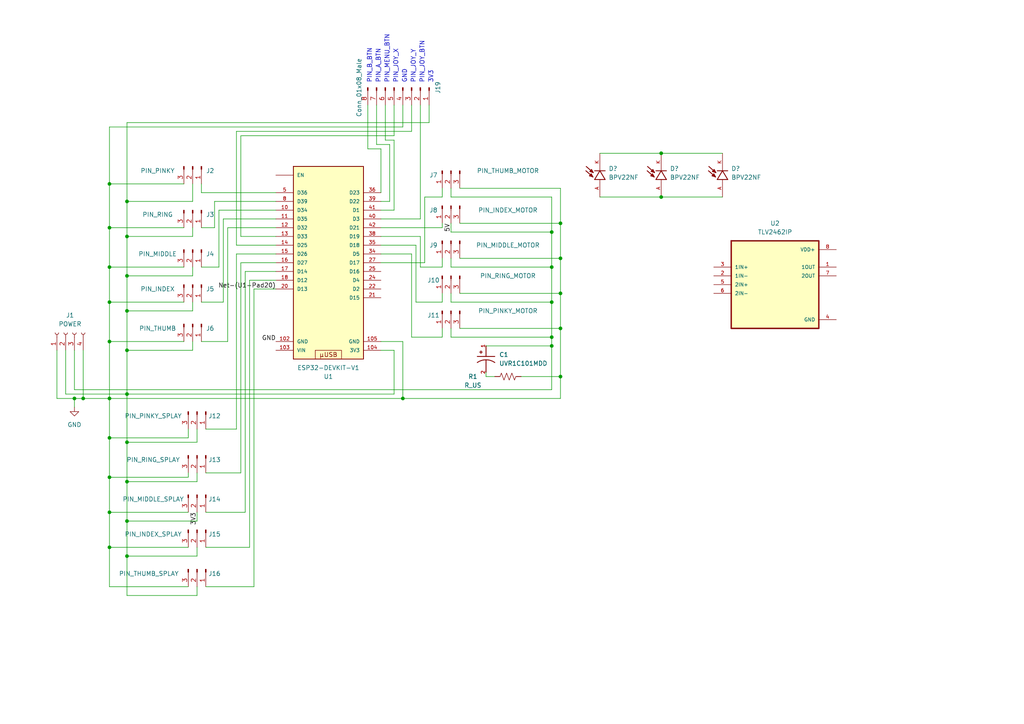
<source format=kicad_sch>
(kicad_sch (version 20211123) (generator eeschema)
  (paper "A4")
  (lib_symbols
    (symbol "BPV22NF:BPV22NF" (pin_names (offset 1.016))
      (property "Reference" "D" (at -0.5588 4.4958 0))
      (property "Value" "BPV22NF" (at -1.016 -3.302 0))
      (symbol "BPV22NF_0_0"
        (polyline (pts (xy 0 -1.524) (xy 2.54 0)) (stroke (width 0.254)))
        (polyline (pts (xy 0 1.524) (xy 0 -1.524)) (stroke (width 0.254)))
        (polyline (pts (xy 0.762 2.032) (xy 1.0922 2.9972)) (stroke (width 0.254)))
        (polyline (pts (xy 0.762 2.032) (xy 2.54 4.064)) (stroke (width 0.254)))
        (polyline (pts (xy 1.0668 2.2606) (xy 1.1938 2.2606)) (stroke (width 0.254)))
        (polyline (pts (xy 1.0922 2.9972) (xy 1.0668 2.2606)) (stroke (width 0.254)))
        (polyline (pts (xy 1.0922 2.9972) (xy 1.651 2.5146)) (stroke (width 0.254)))
        (polyline (pts (xy 1.4732 2.5908) (xy 1.2446 2.4384)) (stroke (width 0.254)))
        (polyline (pts (xy 1.651 2.5146) (xy 0.762 2.032)) (stroke (width 0.254)))
        (polyline (pts (xy 2.0066 1.9304) (xy 2.3368 2.8956)) (stroke (width 0.254)))
        (polyline (pts (xy 2.0066 1.9304) (xy 3.7846 3.9624)) (stroke (width 0.254)))
        (polyline (pts (xy 2.3114 2.159) (xy 2.4384 2.159)) (stroke (width 0.254)))
        (polyline (pts (xy 2.3368 2.8956) (xy 2.3114 2.159)) (stroke (width 0.254)))
        (polyline (pts (xy 2.3368 2.8956) (xy 2.8956 2.413)) (stroke (width 0.254)))
        (polyline (pts (xy 2.54 0) (xy 0 1.524)) (stroke (width 0.254)))
        (polyline (pts (xy 2.54 1.524) (xy 2.54 -1.524)) (stroke (width 0.254)))
        (polyline (pts (xy 2.7178 2.4892) (xy 2.4892 2.3368)) (stroke (width 0.254)))
        (polyline (pts (xy 2.8956 2.413) (xy 2.0066 1.9304)) (stroke (width 0.254)))
        (pin passive line (at -5.08 0 0) (length 5.08) (name "~") (number "A"))
        (pin passive line (at 7.62 0 180) (length 5.08) (name "~") (number "K"))
      )
    )
    (symbol "Connector:Conn_01x03_Male" (pin_names (offset 1.016) hide)
      (property "Reference" "J" (at 0 5.08 0))
      (property "Value" "Conn_01x03_Male" (at 0 -5.08 0))
      (symbol "Conn_01x03_Male_1_1"
        (polyline (pts (xy 1.27 -2.54) (xy 0.8636 -2.54)) (stroke (width 0.1524)))
        (polyline (pts (xy 1.27 0) (xy 0.8636 0)) (stroke (width 0.1524)))
        (polyline (pts (xy 1.27 2.54) (xy 0.8636 2.54)) (stroke (width 0.1524)))
        (rectangle (start 0.8636 -2.413) (end 0 -2.667) (stroke (width 0.1524)) (fill (type outline)))
        (rectangle (start 0.8636 0.127) (end 0 -0.127) (stroke (width 0.1524)) (fill (type outline)))
        (rectangle (start 0.8636 2.667) (end 0 2.413) (stroke (width 0.1524)) (fill (type outline)))
        (pin passive line (at 5.08 2.54 180) (length 3.81) (name "Pin_1") (number "1"))
        (pin passive line (at 5.08 0 180) (length 3.81) (name "Pin_2") (number "2"))
        (pin passive line (at 5.08 -2.54 180) (length 3.81) (name "Pin_3") (number "3"))
      )
    )
    (symbol "Connector:Conn_01x04_Female" (pin_names (offset 1.016) hide)
      (property "Reference" "J" (at 0 5.08 0))
      (property "Value" "Conn_01x04_Female" (at 0 -7.62 0))
      (symbol "Conn_01x04_Female_1_1"
        (arc (start 0 -4.572) (mid -0.508 -5.08) (end 0 -5.588) (stroke (width 0.1524)))
        (arc (start 0 -2.032) (mid -0.508 -2.54) (end 0 -3.048) (stroke (width 0.1524)))
        (polyline (pts (xy -1.27 -5.08) (xy -0.508 -5.08)) (stroke (width 0.1524)))
        (polyline (pts (xy -1.27 -2.54) (xy -0.508 -2.54)) (stroke (width 0.1524)))
        (polyline (pts (xy -1.27 0) (xy -0.508 0)) (stroke (width 0.1524)))
        (polyline (pts (xy -1.27 2.54) (xy -0.508 2.54)) (stroke (width 0.1524)))
        (arc (start 0 0.508) (mid -0.508 0) (end 0 -0.508) (stroke (width 0.1524)))
        (arc (start 0 3.048) (mid -0.508 2.54) (end 0 2.032) (stroke (width 0.1524)))
        (pin passive line (at -5.08 2.54 0) (length 3.81) (name "Pin_1") (number "1"))
        (pin passive line (at -5.08 0 0) (length 3.81) (name "Pin_2") (number "2"))
        (pin passive line (at -5.08 -2.54 0) (length 3.81) (name "Pin_3") (number "3"))
        (pin passive line (at -5.08 -5.08 0) (length 3.81) (name "Pin_4") (number "4"))
      )
    )
    (symbol "Connector:Conn_01x08_Male" (pin_names (offset 1.016) hide)
      (property "Reference" "J" (at 0 10.16 0))
      (property "Value" "Conn_01x08_Male" (at 0 -12.7 0))
      (symbol "Conn_01x08_Male_1_1"
        (polyline (pts (xy 1.27 -10.16) (xy 0.8636 -10.16)) (stroke (width 0.1524)))
        (polyline (pts (xy 1.27 -7.62) (xy 0.8636 -7.62)) (stroke (width 0.1524)))
        (polyline (pts (xy 1.27 -5.08) (xy 0.8636 -5.08)) (stroke (width 0.1524)))
        (polyline (pts (xy 1.27 -2.54) (xy 0.8636 -2.54)) (stroke (width 0.1524)))
        (polyline (pts (xy 1.27 0) (xy 0.8636 0)) (stroke (width 0.1524)))
        (polyline (pts (xy 1.27 2.54) (xy 0.8636 2.54)) (stroke (width 0.1524)))
        (polyline (pts (xy 1.27 5.08) (xy 0.8636 5.08)) (stroke (width 0.1524)))
        (polyline (pts (xy 1.27 7.62) (xy 0.8636 7.62)) (stroke (width 0.1524)))
        (rectangle (start 0.8636 -10.033) (end 0 -10.287) (stroke (width 0.1524)) (fill (type outline)))
        (rectangle (start 0.8636 -7.493) (end 0 -7.747) (stroke (width 0.1524)) (fill (type outline)))
        (rectangle (start 0.8636 -4.953) (end 0 -5.207) (stroke (width 0.1524)) (fill (type outline)))
        (rectangle (start 0.8636 -2.413) (end 0 -2.667) (stroke (width 0.1524)) (fill (type outline)))
        (rectangle (start 0.8636 0.127) (end 0 -0.127) (stroke (width 0.1524)) (fill (type outline)))
        (rectangle (start 0.8636 2.667) (end 0 2.413) (stroke (width 0.1524)) (fill (type outline)))
        (rectangle (start 0.8636 5.207) (end 0 4.953) (stroke (width 0.1524)) (fill (type outline)))
        (rectangle (start 0.8636 7.747) (end 0 7.493) (stroke (width 0.1524)) (fill (type outline)))
        (pin passive line (at 5.08 7.62 180) (length 3.81) (name "Pin_1") (number "1"))
        (pin passive line (at 5.08 5.08 180) (length 3.81) (name "Pin_2") (number "2"))
        (pin passive line (at 5.08 2.54 180) (length 3.81) (name "Pin_3") (number "3"))
        (pin passive line (at 5.08 0 180) (length 3.81) (name "Pin_4") (number "4"))
        (pin passive line (at 5.08 -2.54 180) (length 3.81) (name "Pin_5") (number "5"))
        (pin passive line (at 5.08 -5.08 180) (length 3.81) (name "Pin_6") (number "6"))
        (pin passive line (at 5.08 -7.62 180) (length 3.81) (name "Pin_7") (number "7"))
        (pin passive line (at 5.08 -10.16 180) (length 3.81) (name "Pin_8") (number "8"))
      )
    )
    (symbol "Device:R_US" (pin_numbers hide) (pin_names (offset 0))
      (property "Reference" "R" (at 2.54 0 90))
      (property "Value" "R_US" (at -2.54 0 90))
      (symbol "R_US_0_1"
        (polyline (pts (xy 0 -2.286) (xy 0 -2.54)))
        (polyline (pts (xy 0 2.286) (xy 0 2.54)))
        (polyline (pts (xy 0 -0.762) (xy 1.016 -1.143) (xy 0 -1.524) (xy -1.016 -1.905) (xy 0 -2.286)))
        (polyline (pts (xy 0 0.762) (xy 1.016 0.381) (xy 0 0) (xy -1.016 -0.381) (xy 0 -0.762)))
        (polyline (pts (xy 0 2.286) (xy 1.016 1.905) (xy 0 1.524) (xy -1.016 1.143) (xy 0 0.762)))
      )
      (symbol "R_US_1_1"
        (pin passive line (at 0 3.81 270) (length 1.27) (name "~") (number "1"))
        (pin passive line (at 0 -3.81 90) (length 1.27) (name "~") (number "2"))
      )
    )
    (symbol "ESP32-DEVKIT-V1:ESP32-DEVKIT-V1" (pin_names (offset 1.016))
      (property "Reference" "U1" (at 0 -33.02 0))
      (property "Value" "ESP32-DEVKIT-V1" (at 0 -30.48 0))
      (symbol "ESP32-DEVKIT-V1_0_0"
        (rectangle (start 10.16 27.94) (end -10.16 -27.94) (stroke (width 0.254)) (fill (type background)))
        (text "µUSB" (at 0 -26.67 0) (effects (font (size 1.27 1.27))))
        (pin bidirectional line (at -15.24 25.4 0) (length 5.08) (name "EN") (number ""))
        (pin bidirectional line (at -15.24 15.24 0) (length 5.08) (name "D34") (number "10"))
        (pin bidirectional line (at -15.24 -22.86 0) (length 5.08) (name "GND") (number "102"))
        (pin bidirectional line (at -15.24 -25.4 0) (length 5.08) (name "VIN") (number "103"))
        (pin output line (at 15.24 -25.4 180) (length 5.08) (name "3V3") (number "104"))
        (pin bidirectional line (at 15.24 -22.86 180) (length 5.08) (name "GND") (number "105"))
        (pin bidirectional line (at -15.24 12.7 0) (length 5.08) (name "D35") (number "11"))
        (pin bidirectional line (at -15.24 10.16 0) (length 5.08) (name "D32") (number "12"))
        (pin bidirectional line (at -15.24 7.62 0) (length 5.08) (name "D33") (number "13"))
        (pin bidirectional line (at -15.24 5.08 0) (length 5.08) (name "D25") (number "14"))
        (pin bidirectional line (at -15.24 2.54 0) (length 5.08) (name "D26") (number "15"))
        (pin bidirectional line (at -15.24 0 0) (length 5.08) (name "D27") (number "16"))
        (pin bidirectional line (at -15.24 -2.54 0) (length 5.08) (name "D14") (number "17"))
        (pin bidirectional line (at -15.24 -5.08 0) (length 5.08) (name "D12") (number "18"))
        (pin bidirectional line (at -15.24 -7.62 0) (length 5.08) (name "D13") (number "20"))
        (pin bidirectional line (at 15.24 -10.16 180) (length 5.08) (name "D15") (number "21"))
        (pin bidirectional line (at 15.24 -7.62 180) (length 5.08) (name "D2") (number "22"))
        (pin bidirectional line (at 15.24 -5.08 180) (length 5.08) (name "D4") (number "24"))
        (pin bidirectional line (at 15.24 -2.54 180) (length 5.08) (name "D16") (number "25"))
        (pin bidirectional line (at 15.24 0 180) (length 5.08) (name "D17") (number "27"))
        (pin bidirectional line (at 15.24 2.54 180) (length 5.08) (name "D5") (number "34"))
        (pin bidirectional line (at 15.24 5.08 180) (length 5.08) (name "D18") (number "35"))
        (pin bidirectional line (at 15.24 20.32 180) (length 5.08) (name "D23") (number "36"))
        (pin bidirectional line (at 15.24 7.62 180) (length 5.08) (name "D19") (number "38"))
        (pin bidirectional line (at 15.24 17.78 180) (length 5.08) (name "D22") (number "39"))
        (pin bidirectional line (at 15.24 12.7 180) (length 5.08) (name "D3") (number "40"))
        (pin bidirectional line (at 15.24 15.24 180) (length 5.08) (name "D1") (number "41"))
        (pin bidirectional line (at 15.24 10.16 180) (length 5.08) (name "D21") (number "42"))
        (pin bidirectional line (at -15.24 20.32 0) (length 5.08) (name "D36") (number "5"))
        (pin bidirectional line (at -15.24 17.78 0) (length 5.08) (name "D39") (number "8"))
      )
      (symbol "ESP32-DEVKIT-V1_0_1"
        (rectangle (start -3.81 -25.4) (end 3.81 -27.94))
      )
    )
    (symbol "TLV2462IP:TLV2462IP" (pin_names (offset 1.016))
      (property "Reference" "U" (at -12.7 13.7 0))
      (property "Value" "TLV2462IP" (at -12.7 -16.7 0))
      (symbol "TLV2462IP_0_0"
        (rectangle (start -12.7 -12.7) (end 12.7 12.7) (stroke (width 0.41)) (fill (type background)))
        (pin output line (at 17.78 5.08 180) (length 5.08) (name "1OUT") (number "1"))
        (pin input line (at -17.78 2.54 0) (length 5.08) (name "1IN-") (number "2"))
        (pin input line (at -17.78 5.08 0) (length 5.08) (name "1IN+") (number "3"))
        (pin power_in line (at 17.78 -10.16 180) (length 5.08) (name "GND") (number "4"))
        (pin input line (at -17.78 0 0) (length 5.08) (name "2IN+") (number "5"))
        (pin input line (at -17.78 -2.54 0) (length 5.08) (name "2IN-") (number "6"))
        (pin output line (at 17.78 2.54 180) (length 5.08) (name "2OUT") (number "7"))
        (pin power_in line (at 17.78 10.16 180) (length 5.08) (name "VDD+") (number "8"))
      )
    )
    (symbol "UVR1C101MDD:UVR1C101MDD" (pin_names (offset 1.016))
      (property "Reference" "C" (at -5.08 3.81 0))
      (property "Value" "UVR1C101MDD" (at -5.08 -5.08 0))
      (symbol "UVR1C101MDD_0_0"
        (rectangle (start -3.713 -1.532) (end -2.824 -1.405) (stroke (width 0.1)) (fill (type outline)))
        (rectangle (start -3.332 -1.913) (end -3.205 -1.024) (stroke (width 0.1)) (fill (type outline)))
        (arc (start -0.254 2.54) (mid -1.0549 0) (end -0.254 -2.54) (stroke (width 0.254)))
        (polyline (pts (xy -5.08 0) (xy -2.032 0)) (stroke (width 0.254)))
        (polyline (pts (xy -2.032 2.54) (xy -2.032 -2.54)) (stroke (width 0.254)))
        (polyline (pts (xy -1.016 0) (xy 2.54 0)) (stroke (width 0.254)))
        (pin passive line (at -5.08 0 0) (length 0) (name "~") (number "1"))
        (pin passive line (at 2.54 0 180) (length 0) (name "~") (number "2"))
      )
    )
    (symbol "power:GND" (power) (pin_names (offset 0))
      (property "Value" "GND" (at 0 -3.81 0))
      (symbol "GND_0_1"
        (polyline (pts (xy 0 0) (xy 0 -1.27) (xy 1.27 -1.27) (xy 0 -2.54) (xy -1.27 -1.27) (xy 0 -1.27)))
      )
      (symbol "GND_1_1"
        (pin power_in line (at 0 0 270) (length 0) hide (name "GND") (number "1"))
      )
    )
  )
  (junction (at 162.56 95.25))
  (junction (at 24.13 115.57))
  (junction (at 160.02 67.31))
  (junction (at 31.75 115.57))
  (junction (at 162.56 74.93))
  (junction (at 31.75 66.04))
  (junction (at 36.83 139.7))
  (junction (at 160.02 87.63))
  (junction (at 36.83 90.17))
  (junction (at 31.75 158.75))
  (junction (at 36.83 151.13))
  (junction (at 36.83 128.27))
  (junction (at 191.77 44.45))
  (junction (at 160.02 100.33))
  (junction (at 21.59 115.57))
  (junction (at 160.02 97.79))
  (junction (at 36.83 58.42))
  (junction (at 162.56 109.22))
  (junction (at 31.75 77.47))
  (junction (at 162.56 64.77))
  (junction (at 162.56 85.09))
  (junction (at 36.83 80.01))
  (junction (at 31.75 148.59))
  (junction (at 36.83 161.29))
  (junction (at 31.75 53.34))
  (junction (at 160.02 77.47))
  (junction (at 31.75 138.43))
  (junction (at 36.83 68.58))
  (junction (at 116.84 115.57))
  (junction (at 31.75 127))
  (junction (at 36.83 114.3))
  (junction (at 31.75 99.06))
  (junction (at 191.77 57.15))
  (junction (at 36.83 101.6))
  (junction (at 31.75 87.63))
  (wire (pts (xy 133.35 54.61) (xy 162.56 54.61)))
  (wire (pts (xy 66.04 66.04) (xy 66.04 99.06)))
  (wire (pts (xy 72.39 81.28) (xy 80.01 81.28)))
  (wire (pts (xy 64.77 63.5) (xy 64.77 87.63)))
  (wire (pts (xy 128.27 77.47) (xy 128.27 74.93)))
  (wire (pts (xy 124.46 30.48) (xy 124.46 35.56)))
  (wire (pts (xy 55.88 101.6) (xy 36.83 101.6)))
  (wire (pts (xy 162.56 115.57) (xy 116.84 115.57)))
  (wire (pts (xy 109.22 41.91) (xy 113.03 41.91)))
  (wire (pts (xy 69.85 39.37) (xy 69.85 68.58)))
  (wire (pts (xy 110.49 63.5) (xy 121.92 63.5)))
  (wire (pts (xy 191.77 57.15) (xy 209.55 57.15)))
  (wire (pts (xy 31.75 66.04) (xy 31.75 77.47)))
  (wire (pts (xy 128.27 57.15) (xy 123.19 57.15)))
  (wire (pts (xy 69.85 137.16) (xy 59.69 137.16)))
  (wire (pts (xy 54.61 124.46) (xy 54.61 127)))
  (wire (pts (xy 119.38 73.66) (xy 110.49 73.66)))
  (wire (pts (xy 130.81 64.77) (xy 130.81 67.31)))
  (wire (pts (xy 128.27 87.63) (xy 120.65 87.63)))
  (wire (pts (xy 36.83 114.3) (xy 36.83 128.27)))
  (wire (pts (xy 160.02 87.63) (xy 160.02 77.47)))
  (wire (pts (xy 110.49 101.6) (xy 114.3 101.6)))
  (wire (pts (xy 110.49 66.04) (xy 128.27 66.04)))
  (wire (pts (xy 24.13 115.57) (xy 31.75 115.57)))
  (wire (pts (xy 110.49 68.58) (xy 121.92 68.58)))
  (wire (pts (xy 128.27 77.47) (xy 121.92 77.47)))
  (wire (pts (xy 54.61 158.75) (xy 31.75 158.75)))
  (wire (pts (xy 73.66 170.18) (xy 59.69 170.18)))
  (wire (pts (xy 68.58 124.46) (xy 59.69 124.46)))
  (wire (pts (xy 68.58 73.66) (xy 80.01 73.66)))
  (wire (pts (xy 121.92 77.47) (xy 121.92 68.58)))
  (wire (pts (xy 130.81 85.09) (xy 130.81 87.63)))
  (wire (pts (xy 72.39 158.75) (xy 59.69 158.75)))
  (wire (pts (xy 31.75 87.63) (xy 53.34 87.63)))
  (wire (pts (xy 130.81 95.25) (xy 130.81 97.79)))
  (wire (pts (xy 124.46 35.56) (xy 36.83 35.56)))
  (wire (pts (xy 121.92 30.48) (xy 121.92 63.5)))
  (wire (pts (xy 128.27 87.63) (xy 128.27 85.09)))
  (wire (pts (xy 80.01 66.04) (xy 66.04 66.04)))
  (wire (pts (xy 140.97 109.22) (xy 143.51 109.22)))
  (wire (pts (xy 57.15 124.46) (xy 57.15 128.27)))
  (wire (pts (xy 54.61 137.16) (xy 54.61 138.43)))
  (wire (pts (xy 62.23 66.04) (xy 58.42 66.04)))
  (wire (pts (xy 66.04 99.06) (xy 58.42 99.06)))
  (wire (pts (xy 120.65 87.63) (xy 120.65 71.12)))
  (wire (pts (xy 54.61 127) (xy 31.75 127)))
  (wire (pts (xy 80.01 71.12) (xy 68.58 71.12)))
  (wire (pts (xy 162.56 64.77) (xy 162.56 74.93)))
  (wire (pts (xy 133.35 85.09) (xy 162.56 85.09)))
  (wire (pts (xy 111.76 40.64) (xy 114.3 40.64)))
  (wire (pts (xy 113.03 58.42) (xy 113.03 41.91)))
  (wire (pts (xy 36.83 101.6) (xy 36.83 114.3)))
  (wire (pts (xy 57.15 128.27) (xy 36.83 128.27)))
  (wire (pts (xy 71.12 148.59) (xy 59.69 148.59)))
  (wire (pts (xy 130.81 87.63) (xy 160.02 87.63)))
  (wire (pts (xy 36.83 139.7) (xy 36.83 128.27)))
  (wire (pts (xy 36.83 80.01) (xy 36.83 90.17)))
  (wire (pts (xy 58.42 55.88) (xy 58.42 53.34)))
  (wire (pts (xy 31.75 77.47) (xy 53.34 77.47)))
  (wire (pts (xy 72.39 81.28) (xy 72.39 158.75)))
  (wire (pts (xy 57.15 161.29) (xy 36.83 161.29)))
  (wire (pts (xy 57.15 139.7) (xy 36.83 139.7)))
  (wire (pts (xy 140.97 100.33) (xy 160.02 100.33)))
  (wire (pts (xy 31.75 148.59) (xy 31.75 138.43)))
  (wire (pts (xy 80.01 58.42) (xy 62.23 58.42)))
  (wire (pts (xy 160.02 97.79) (xy 160.02 87.63)))
  (wire (pts (xy 120.65 71.12) (xy 110.49 71.12)))
  (wire (pts (xy 68.58 71.12) (xy 68.58 38.1)))
  (wire (pts (xy 57.15 137.16) (xy 57.15 139.7)))
  (wire (pts (xy 114.3 114.3) (xy 36.83 114.3)))
  (wire (pts (xy 128.27 97.79) (xy 128.27 95.25)))
  (wire (pts (xy 128.27 66.04) (xy 128.27 64.77)))
  (wire (pts (xy 31.75 170.18) (xy 31.75 158.75)))
  (wire (pts (xy 160.02 77.47) (xy 160.02 67.31)))
  (wire (pts (xy 31.75 99.06) (xy 53.34 99.06)))
  (wire (pts (xy 133.35 95.25) (xy 162.56 95.25)))
  (wire (pts (xy 54.61 170.18) (xy 31.75 170.18)))
  (wire (pts (xy 173.99 44.45) (xy 191.77 44.45)))
  (wire (pts (xy 110.49 58.42) (xy 113.03 58.42)))
  (wire (pts (xy 68.58 38.1) (xy 119.38 38.1)))
  (wire (pts (xy 19.05 114.3) (xy 36.83 114.3)))
  (wire (pts (xy 80.01 63.5) (xy 64.77 63.5)))
  (wire (pts (xy 57.15 158.75) (xy 57.15 161.29)))
  (wire (pts (xy 119.38 30.48) (xy 119.38 38.1)))
  (wire (pts (xy 160.02 113.03) (xy 160.02 100.33)))
  (wire (pts (xy 53.34 53.34) (xy 31.75 53.34)))
  (wire (pts (xy 162.56 95.25) (xy 162.56 109.22)))
  (wire (pts (xy 55.88 58.42) (xy 36.83 58.42)))
  (wire (pts (xy 36.83 151.13) (xy 36.83 139.7)))
  (wire (pts (xy 31.75 77.47) (xy 31.75 87.63)))
  (wire (pts (xy 36.83 90.17) (xy 36.83 101.6)))
  (wire (pts (xy 73.66 83.82) (xy 80.01 83.82)))
  (wire (pts (xy 31.75 66.04) (xy 53.34 66.04)))
  (wire (pts (xy 114.3 40.64) (xy 114.3 60.96)))
  (wire (pts (xy 123.19 57.15) (xy 123.19 76.2)))
  (wire (pts (xy 21.59 101.6) (xy 21.59 113.03)))
  (wire (pts (xy 151.13 109.22) (xy 162.56 109.22)))
  (wire (pts (xy 119.38 97.79) (xy 119.38 73.66)))
  (wire (pts (xy 24.13 101.6) (xy 24.13 115.57)))
  (wire (pts (xy 21.59 113.03) (xy 160.02 113.03)))
  (wire (pts (xy 71.12 78.74) (xy 80.01 78.74)))
  (wire (pts (xy 21.59 118.11) (xy 21.59 115.57)))
  (wire (pts (xy 31.75 87.63) (xy 31.75 99.06)))
  (wire (pts (xy 69.85 76.2) (xy 69.85 137.16)))
  (wire (pts (xy 109.22 30.48) (xy 109.22 41.91)))
  (wire (pts (xy 123.19 76.2) (xy 110.49 76.2)))
  (wire (pts (xy 31.75 138.43) (xy 31.75 127)))
  (wire (pts (xy 16.51 101.6) (xy 16.51 115.57)))
  (wire (pts (xy 19.05 101.6) (xy 19.05 114.3)))
  (wire (pts (xy 68.58 73.66) (xy 68.58 124.46)))
  (wire (pts (xy 114.3 30.48) (xy 114.3 39.37)))
  (wire (pts (xy 162.56 85.09) (xy 162.56 95.25)))
  (wire (pts (xy 36.83 35.56) (xy 36.83 58.42)))
  (wire (pts (xy 71.12 78.74) (xy 71.12 148.59)))
  (wire (pts (xy 57.15 148.59) (xy 57.15 151.13)))
  (wire (pts (xy 80.01 60.96) (xy 63.5 60.96)))
  (wire (pts (xy 55.88 53.34) (xy 55.88 58.42)))
  (wire (pts (xy 55.88 66.04) (xy 55.88 68.58)))
  (wire (pts (xy 116.84 99.06) (xy 116.84 115.57)))
  (wire (pts (xy 128.27 97.79) (xy 119.38 97.79)))
  (wire (pts (xy 191.77 44.45) (xy 209.55 44.45)))
  (wire (pts (xy 114.3 39.37) (xy 69.85 39.37)))
  (wire (pts (xy 31.75 53.34) (xy 31.75 66.04)))
  (wire (pts (xy 173.99 57.15) (xy 191.77 57.15)))
  (wire (pts (xy 63.5 77.47) (xy 58.42 77.47)))
  (wire (pts (xy 55.88 68.58) (xy 36.83 68.58)))
  (wire (pts (xy 36.83 172.72) (xy 36.83 161.29)))
  (wire (pts (xy 160.02 57.15) (xy 160.02 67.31)))
  (wire (pts (xy 36.83 161.29) (xy 36.83 151.13)))
  (wire (pts (xy 133.35 74.93) (xy 162.56 74.93)))
  (wire (pts (xy 62.23 58.42) (xy 62.23 66.04)))
  (wire (pts (xy 55.88 77.47) (xy 55.88 80.01)))
  (wire (pts (xy 31.75 36.83) (xy 31.75 53.34)))
  (wire (pts (xy 63.5 60.96) (xy 63.5 77.47)))
  (wire (pts (xy 162.56 54.61) (xy 162.56 64.77)))
  (wire (pts (xy 130.81 97.79) (xy 160.02 97.79)))
  (wire (pts (xy 31.75 99.06) (xy 31.75 115.57)))
  (wire (pts (xy 31.75 158.75) (xy 31.75 148.59)))
  (wire (pts (xy 55.88 80.01) (xy 36.83 80.01)))
  (wire (pts (xy 106.68 30.48) (xy 106.68 43.18)))
  (wire (pts (xy 31.75 115.57) (xy 31.75 127)))
  (wire (pts (xy 57.15 151.13) (xy 36.83 151.13)))
  (wire (pts (xy 111.76 30.48) (xy 111.76 40.64)))
  (wire (pts (xy 114.3 101.6) (xy 114.3 114.3)))
  (wire (pts (xy 130.81 57.15) (xy 130.81 54.61)))
  (wire (pts (xy 55.88 90.17) (xy 36.83 90.17)))
  (wire (pts (xy 21.59 115.57) (xy 16.51 115.57)))
  (wire (pts (xy 116.84 99.06) (xy 110.49 99.06)))
  (wire (pts (xy 130.81 77.47) (xy 160.02 77.47)))
  (wire (pts (xy 69.85 76.2) (xy 80.01 76.2)))
  (wire (pts (xy 55.88 87.63) (xy 55.88 90.17)))
  (wire (pts (xy 110.49 60.96) (xy 114.3 60.96)))
  (wire (pts (xy 54.61 138.43) (xy 31.75 138.43)))
  (wire (pts (xy 130.81 74.93) (xy 130.81 77.47)))
  (wire (pts (xy 31.75 115.57) (xy 116.84 115.57)))
  (wire (pts (xy 57.15 170.18) (xy 57.15 172.72)))
  (wire (pts (xy 55.88 99.06) (xy 55.88 101.6)))
  (wire (pts (xy 160.02 57.15) (xy 130.81 57.15)))
  (wire (pts (xy 24.13 115.57) (xy 21.59 115.57)))
  (wire (pts (xy 140.97 107.95) (xy 140.97 109.22)))
  (wire (pts (xy 57.15 172.72) (xy 36.83 172.72)))
  (wire (pts (xy 106.68 43.18) (xy 110.49 43.18)))
  (wire (pts (xy 162.56 109.22) (xy 162.56 115.57)))
  (wire (pts (xy 64.77 87.63) (xy 58.42 87.63)))
  (wire (pts (xy 128.27 57.15) (xy 128.27 54.61)))
  (wire (pts (xy 116.84 30.48) (xy 116.84 36.83)))
  (wire (pts (xy 36.83 58.42) (xy 36.83 68.58)))
  (wire (pts (xy 130.81 67.31) (xy 160.02 67.31)))
  (wire (pts (xy 54.61 148.59) (xy 31.75 148.59)))
  (wire (pts (xy 80.01 55.88) (xy 58.42 55.88)))
  (wire (pts (xy 110.49 55.88) (xy 110.49 43.18)))
  (wire (pts (xy 69.85 68.58) (xy 80.01 68.58)))
  (wire (pts (xy 36.83 68.58) (xy 36.83 80.01)))
  (wire (pts (xy 162.56 74.93) (xy 162.56 85.09)))
  (wire (pts (xy 31.75 36.83) (xy 116.84 36.83)))
  (wire (pts (xy 160.02 100.33) (xy 160.02 97.79)))
  (wire (pts (xy 73.66 83.82) (xy 73.66 170.18)))
  (wire (pts (xy 133.35 64.77) (xy 162.56 64.77)))
  (text "PIN_JOY_Y" (at 120.65 24.13 90) (effects (font (size 1.27 1.27)) (justify left bottom)))
  (text "PIN_A_BTN" (at 110.49 24.13 90) (effects (font (size 1.27 1.27)) (justify left bottom)))
  (text "PIN_JOY_X" (at 115.57 24.13 90) (effects (font (size 1.27 1.27)) (justify left bottom)))
  (text "PIN_MENU_BTN" (at 113.03 24.13 90) (effects (font (size 1.27 1.27)) (justify left bottom)))
  (text "GND" (at 118.11 24.13 90) (effects (font (size 1.27 1.27)) (justify left bottom)))
  (text "PIN_JOY_BTN" (at 123.19 24.13 90) (effects (font (size 1.27 1.27)) (justify left bottom)))
  (text "3V3" (at 125.73 24.13 90) (effects (font (size 1.27 1.27)) (justify left bottom)))
  (text "PIN_B_BTN" (at 107.95 24.13 90) (effects (font (size 1.27 1.27)) (justify left bottom)))
  (label "3V3" (at 57.15 148.59 270))
  (label "GND" (at 80.01 99.06 180))
  (label "5V" (at 130.81 64.77 270))
  (label "Net-(U1-Pad20)" (at 80.01 83.82 180))
  (symbol (lib_id "Connector:Conn_01x03_Male") (at 57.15 153.67 270) (unit 1)
    (property "Reference" "J15" (at 62.23 154.94 90))
    (property "Value" "PIN_INDEX_SPLAY" (at 44.45 154.94 90))
    (property "Footprint" "Connector_PinHeader_2.54mm:PinHeader_1x03_P2.54mm_Vertical" (effects hide))
  )
  (symbol (lib_id "Connector:Conn_01x03_Male") (at 55.88 60.96 270) (unit 1)
    (property "Reference" "J3" (at 60.96 62.23 90))
    (property "Value" "PIN_RING" (at 45.72 62.23 90))
    (property "Footprint" "Connector_PinHeader_2.54mm:PinHeader_1x03_P2.54mm_Vertical" (effects hide))
  )
  (symbol (lib_id "Connector:Conn_01x03_Male") (at 55.88 48.26 270) (unit 1)
    (property "Reference" "J2" (at 60.96 49.53 90))
    (property "Value" "PIN_PINKY" (at 45.72 49.53 90))
    (property "Footprint" "Connector_PinHeader_2.54mm:PinHeader_1x03_P2.54mm_Vertical" (effects hide))
  )
  (symbol (lib_id "Connector:Conn_01x03_Male") (at 55.88 72.39 270) (unit 1)
    (property "Reference" "J4" (at 60.96 73.66 90))
    (property "Value" "PIN_MIDDLE" (at 45.72 73.66 90))
    (property "Footprint" "Connector_PinHeader_2.54mm:PinHeader_1x03_P2.54mm_Vertical" (effects hide))
  )
  (symbol (lib_id "Connector:Conn_01x03_Male") (at 130.81 90.17 90) (mirror x) (unit 1)
    (property "Reference" "J11" (at 125.73 91.44 90))
    (property "Value" "PIN_PINKY_MOTOR" (at 147.32 90.17 90))
    (property "Footprint" "Connector_PinHeader_2.54mm:PinHeader_1x03_P2.54mm_Vertical" (effects hide))
  )
  (symbol (lib_id "ESP32-DEVKIT-V1:ESP32-DEVKIT-V1") (at 95.25 76.2 0) (unit 1)
    (property "Reference" "U1" (at 95.25 109.22 0))
    (property "Value" "ESP32-DEVKIT-V1" (at 95.25 106.68 0))
    (property "Footprint" "ESP32-DEVKIT-V1:MODULE_ESP32_DEVKIT_V1" (effects hide))
    (property "PARTREV" "N/A" (effects hide))
    (property "MAXIMUM_PACKAGE_HEIGHT" "6.8 mm" (effects hide))
    (property "STANDARD" "Manufacturer Recommendations" (effects hide))
    (property "MANUFACTURER" "DOIT" (effects hide))
  )
  (symbol (lib_id "Connector:Conn_01x03_Male") (at 55.88 82.55 270) (unit 1)
    (property "Reference" "J5" (at 60.96 83.82 90))
    (property "Value" "PIN_INDEX" (at 45.72 83.82 90))
    (property "Footprint" "Connector_PinHeader_2.54mm:PinHeader_1x03_P2.54mm_Vertical" (effects hide))
  )
  (symbol (lib_id "Connector:Conn_01x03_Male") (at 130.81 80.01 90) (mirror x) (unit 1)
    (property "Reference" "J10" (at 125.73 81.28 90))
    (property "Value" "PIN_RING_MOTOR" (at 147.32 80.01 90))
    (property "Footprint" "Connector_PinHeader_2.54mm:PinHeader_1x03_P2.54mm_Vertical" (effects hide))
  )
  (symbol (lib_id "BPV22NF:BPV22NF") (at 209.55 52.07 90) (unit 1)
    (property "Reference" "D?" (at 212.09 48.9076 90) (effects (justify right)))
    (property "Value" "BPV22NF" (at 212.09 51.4476 90) (effects (justify right)))
    (property "Footprint" "XDCR_BPV22NF" (effects hide))
    (property "PARTREV" "1.9" (effects hide))
    (property "MANUFACTURER" "Vishay" (effects hide))
    (property "MAXIMUM_PACKAGE_HEIGHT" "8.90mm" (effects hide))
    (property "STANDARD" "Manufacturer Recommendations" (effects hide))
  )
  (symbol (lib_id "BPV22NF:BPV22NF") (at 191.77 52.07 90) (unit 1)
    (property "Reference" "D?" (at 194.31 48.9076 90) (effects (justify right)))
    (property "Value" "BPV22NF" (at 194.31 51.4476 90) (effects (justify right)))
    (property "Footprint" "XDCR_BPV22NF" (effects hide))
    (property "PARTREV" "1.9" (effects hide))
    (property "MANUFACTURER" "Vishay" (effects hide))
    (property "MAXIMUM_PACKAGE_HEIGHT" "8.90mm" (effects hide))
    (property "STANDARD" "Manufacturer Recommendations" (effects hide))
  )
  (symbol (lib_id "Connector:Conn_01x04_Female") (at 19.05 96.52 90) (unit 1)
    (property "Reference" "J1" (at 20.32 91.44 90))
    (property "Value" "POWER" (at 20.32 93.98 90))
    (property "Footprint" "Connector_JST:JST_EH_S4B-EH_1x04_P2.50mm_Horizontal" (effects hide))
  )
  (symbol (lib_id "BPV22NF:BPV22NF") (at 173.99 52.07 90) (unit 1)
    (property "Reference" "D?" (at 176.53 48.9076 90) (effects (justify right)))
    (property "Value" "BPV22NF" (at 176.53 51.4476 90) (effects (justify right)))
    (property "Footprint" "XDCR_BPV22NF" (effects hide))
    (property "PARTREV" "1.9" (effects hide))
    (property "MANUFACTURER" "Vishay" (effects hide))
    (property "MAXIMUM_PACKAGE_HEIGHT" "8.90mm" (effects hide))
    (property "STANDARD" "Manufacturer Recommendations" (effects hide))
  )
  (symbol (lib_id "Connector:Conn_01x03_Male") (at 55.88 93.98 270) (unit 1)
    (property "Reference" "J6" (at 60.96 95.25 90))
    (property "Value" "PIN_THUMB" (at 45.72 95.25 90))
    (property "Footprint" "Connector_PinHeader_2.54mm:PinHeader_1x03_P2.54mm_Vertical" (effects hide))
  )
  (symbol (lib_id "Connector:Conn_01x03_Male") (at 57.15 165.1 270) (unit 1)
    (property "Reference" "J16" (at 62.23 166.37 90))
    (property "Value" "PIN_THUMB_SPLAY" (at 43.18 166.37 90))
    (property "Footprint" "Connector_PinHeader_2.54mm:PinHeader_1x03_P2.54mm_Vertical" (effects hide))
  )
  (symbol (lib_id "Device:R_US") (at 147.32 109.22 270) (unit 1)
    (property "Reference" "R1" (at 137.16 109.22 90))
    (property "Value" "R_US" (at 137.16 111.76 90))
    (property "Footprint" "Resistor_THT:R_Axial_DIN0309_L9.0mm_D3.2mm_P12.70mm_Horizontal" (effects hide))
  )
  (symbol (lib_id "Connector:Conn_01x03_Male") (at 130.81 69.85 90) (mirror x) (unit 1)
    (property "Reference" "J9" (at 125.73 71.12 90))
    (property "Value" "PIN_MIDDLE_MOTOR" (at 147.32 71.12 90))
    (property "Footprint" "Connector_PinHeader_2.54mm:PinHeader_1x03_P2.54mm_Vertical" (effects hide))
  )
  (symbol (lib_id "UVR1C101MDD:UVR1C101MDD") (at 140.97 105.41 270) (unit 1)
    (property "Reference" "C1" (at 144.78 102.8699 90) (effects (justify left)))
    (property "Value" "UVR1C101MDD" (at 144.78 105.4099 90) (effects (justify left)))
    (property "Footprint" "UVR1C101MDD:CAPPRD200W50D550H1250" (effects hide))
    (property "PARTREV" "NA" (effects hide))
    (property "MAXIMUM_PACKAGE_HEIGHT" "12.5mm" (effects hide))
    (property "MANUFACTURER" "Nichicon" (effects hide))
    (property "STANDARD" "IPC-7351B" (effects hide))
  )
  (symbol (lib_id "Connector:Conn_01x03_Male") (at 130.81 49.53 90) (mirror x) (unit 1)
    (property "Reference" "J7" (at 125.73 50.8 90))
    (property "Value" "PIN_THUMB_MOTOR" (at 147.32 49.53 90))
    (property "Footprint" "Connector_PinHeader_2.54mm:PinHeader_1x03_P2.54mm_Vertical" (effects hide))
  )
  (symbol (lib_id "TLV2462IP:TLV2462IP") (at 224.79 82.55 0) (unit 1)
    (property "Reference" "U2" (at 224.79 64.77 0))
    (property "Value" "TLV2462IP" (at 224.79 67.31 0))
    (property "Footprint" "DIP794W45P254L959H508Q8" (effects hide))
  )
  (symbol (lib_id "Connector:Conn_01x03_Male") (at 57.15 119.38 270) (unit 1)
    (property "Reference" "J12" (at 62.23 120.65 90))
    (property "Value" "PIN_PINKY_SPLAY" (at 44.45 120.65 90))
    (property "Footprint" "Connector_PinHeader_2.54mm:PinHeader_1x03_P2.54mm_Vertical" (effects hide))
  )
  (symbol (lib_id "Connector:Conn_01x03_Male") (at 57.15 132.08 270) (unit 1)
    (property "Reference" "J13" (at 62.23 133.35 90))
    (property "Value" "PIN_RING_SPLAY" (at 44.45 133.35 90))
    (property "Footprint" "Connector_PinHeader_2.54mm:PinHeader_1x03_P2.54mm_Vertical" (effects hide))
  )
  (symbol (lib_id "Connector:Conn_01x03_Male") (at 130.81 59.69 90) (mirror x) (unit 1)
    (property "Reference" "J8" (at 125.73 60.96 90))
    (property "Value" "PIN_INDEX_MOTOR" (at 147.32 60.96 90))
    (property "Footprint" "Connector_PinHeader_2.54mm:PinHeader_1x03_P2.54mm_Vertical" (effects hide))
  )
  (symbol (lib_id "Connector:Conn_01x08_Male") (at 116.84 25.4 270) (unit 1)
    (property "Reference" "J19" (at 127 25.4 0))
    (property "Value" "Conn_01x08_Male" (at 104.14 25.4 0))
    (property "Footprint" "Connector_PinHeader_2.54mm:PinHeader_1x05_P2.54mm_Vertical" (effects hide))
  )
  (symbol (lib_id "power:GND") (at 21.59 118.11 0) (unit 1)
    (property "Reference" "#PWR0101" (effects hide))
    (property "Value" "GND" (at 21.59 123.19 0))
  )
  (symbol (lib_id "Connector:Conn_01x03_Male") (at 57.15 143.51 270) (unit 1)
    (property "Reference" "J14" (at 62.23 144.78 90))
    (property "Value" "PIN_MIDDLE_SPLAY" (at 44.45 144.78 90))
    (property "Footprint" "Connector_PinHeader_2.54mm:PinHeader_1x03_P2.54mm_Vertical" (effects hide))
  )
)
</source>
